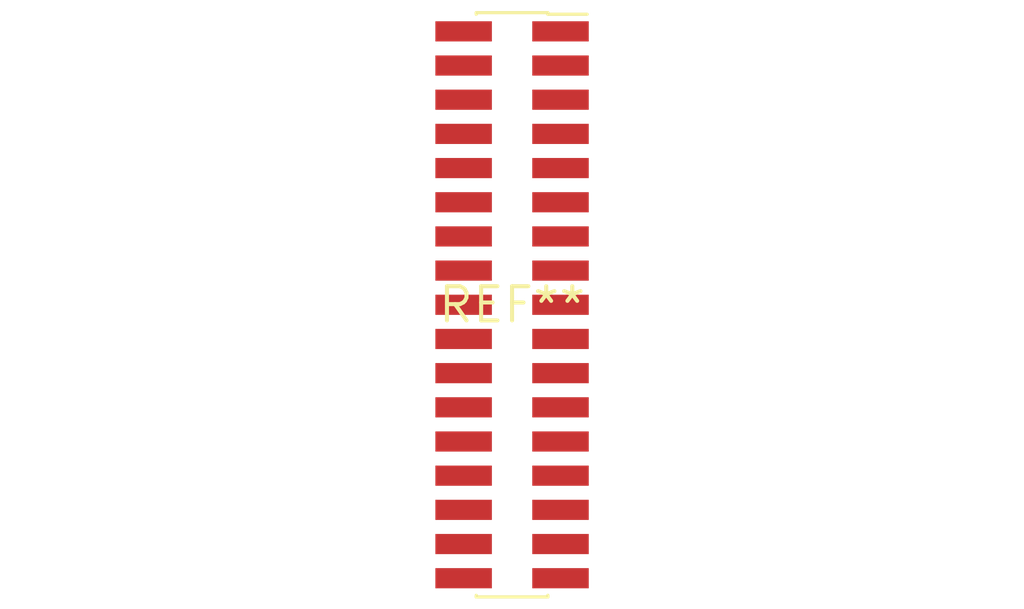
<source format=kicad_pcb>
(kicad_pcb (version 20240108) (generator pcbnew)
  (layers (0 "F.Cu" signal) (31 "B.Cu" signal) (34 "B.Paste" user) (35 "F.Paste" user) (36 "B.SilkS" user "B.Silkscreen") (37 "F.SilkS" user "F.Silkscreen") (38 "B.Mask" user) (39 "F.Mask" user) (44 "Edge.Cuts" user))
  (net 0 "")
  (footprint "PinSocket_2x17_P1.27mm_Vertical_SMD" (layer "F.Cu") (at 0 0)
    (property "Reference" "REF**")
    (property "Value" "PinSocket_2x17_P1.27mm_Vertical_SMD")
    (fp_line (start -1.33 -10.855) (end -1.33 -10.795) (layer "F.SilkS") (stroke (width 0.12)))
    (fp_line (start -1.33 -10.855) (end 1.33 -10.855) (layer "F.SilkS") (stroke (width 0.12)))
    (fp_line (start -1.33 10.795) (end -1.33 10.855) (layer "F.SilkS") (stroke (width 0.12)))
    (fp_line (start -1.33 10.855) (end 1.33 10.855) (layer "F.SilkS") (stroke (width 0.12)))
    (fp_line (start 1.33 -10.855) (end 1.33 -10.795) (layer "F.SilkS") (stroke (width 0.12)))
    (fp_line (start 1.33 -10.795) (end 2.79 -10.795) (layer "F.SilkS") (stroke (width 0.12)))
    (fp_line (start 1.33 10.795) (end 1.33 10.855) (layer "F.SilkS") (stroke (width 0.12)))
    (pad "1" smd rect (at 1.8 -10.16) (size 2.1 0.75) (layers "F.Cu" "F.Paste" "F.Mask"))
    (pad "2" smd rect (at -1.8 -10.16) (size 2.1 0.75) (layers "F.Cu" "F.Paste" "F.Mask"))
    (pad "3" smd rect (at 1.8 -8.89) (size 2.1 0.75) (layers "F.Cu" "F.Paste" "F.Mask"))
    (pad "4" smd rect (at -1.8 -8.89) (size 2.1 0.75) (layers "F.Cu" "F.Paste" "F.Mask"))
    (pad "5" smd rect (at 1.8 -7.62) (size 2.1 0.75) (layers "F.Cu" "F.Paste" "F.Mask"))
    (pad "6" smd rect (at -1.8 -7.62) (size 2.1 0.75) (layers "F.Cu" "F.Paste" "F.Mask"))
    (pad "7" smd rect (at 1.8 -6.35) (size 2.1 0.75) (layers "F.Cu" "F.Paste" "F.Mask"))
    (pad "8" smd rect (at -1.8 -6.35) (size 2.1 0.75) (layers "F.Cu" "F.Paste" "F.Mask"))
    (pad "9" smd rect (at 1.8 -5.08) (size 2.1 0.75) (layers "F.Cu" "F.Paste" "F.Mask"))
    (pad "10" smd rect (at -1.8 -5.08) (size 2.1 0.75) (layers "F.Cu" "F.Paste" "F.Mask"))
    (pad "11" smd rect (at 1.8 -3.81) (size 2.1 0.75) (layers "F.Cu" "F.Paste" "F.Mask"))
    (pad "12" smd rect (at -1.8 -3.81) (size 2.1 0.75) (layers "F.Cu" "F.Paste" "F.Mask"))
    (pad "13" smd rect (at 1.8 -2.54) (size 2.1 0.75) (layers "F.Cu" "F.Paste" "F.Mask"))
    (pad "14" smd rect (at -1.8 -2.54) (size 2.1 0.75) (layers "F.Cu" "F.Paste" "F.Mask"))
    (pad "15" smd rect (at 1.8 -1.27) (size 2.1 0.75) (layers "F.Cu" "F.Paste" "F.Mask"))
    (pad "16" smd rect (at -1.8 -1.27) (size 2.1 0.75) (layers "F.Cu" "F.Paste" "F.Mask"))
    (pad "17" smd rect (at 1.8 0) (size 2.1 0.75) (layers "F.Cu" "F.Paste" "F.Mask"))
    (pad "18" smd rect (at -1.8 0) (size 2.1 0.75) (layers "F.Cu" "F.Paste" "F.Mask"))
    (pad "19" smd rect (at 1.8 1.27) (size 2.1 0.75) (layers "F.Cu" "F.Paste" "F.Mask"))
    (pad "20" smd rect (at -1.8 1.27) (size 2.1 0.75) (layers "F.Cu" "F.Paste" "F.Mask"))
    (pad "21" smd rect (at 1.8 2.54) (size 2.1 0.75) (layers "F.Cu" "F.Paste" "F.Mask"))
    (pad "22" smd rect (at -1.8 2.54) (size 2.1 0.75) (layers "F.Cu" "F.Paste" "F.Mask"))
    (pad "23" smd rect (at 1.8 3.81) (size 2.1 0.75) (layers "F.Cu" "F.Paste" "F.Mask"))
    (pad "24" smd rect (at -1.8 3.81) (size 2.1 0.75) (layers "F.Cu" "F.Paste" "F.Mask"))
    (pad "25" smd rect (at 1.8 5.08) (size 2.1 0.75) (layers "F.Cu" "F.Paste" "F.Mask"))
    (pad "26" smd rect (at -1.8 5.08) (size 2.1 0.75) (layers "F.Cu" "F.Paste" "F.Mask"))
    (pad "27" smd rect (at 1.8 6.35) (size 2.1 0.75) (layers "F.Cu" "F.Paste" "F.Mask"))
    (pad "28" smd rect (at -1.8 6.35) (size 2.1 0.75) (layers "F.Cu" "F.Paste" "F.Mask"))
    (pad "29" smd rect (at 1.8 7.62) (size 2.1 0.75) (layers "F.Cu" "F.Paste" "F.Mask"))
    (pad "30" smd rect (at -1.8 7.62) (size 2.1 0.75) (layers "F.Cu" "F.Paste" "F.Mask"))
    (pad "31" smd rect (at 1.8 8.89) (size 2.1 0.75) (layers "F.Cu" "F.Paste" "F.Mask"))
    (pad "32" smd rect (at -1.8 8.89) (size 2.1 0.75) (layers "F.Cu" "F.Paste" "F.Mask"))
    (pad "33" smd rect (at 1.8 10.16) (size 2.1 0.75) (layers "F.Cu" "F.Paste" "F.Mask"))
    (pad "34" smd rect (at -1.8 10.16) (size 2.1 0.75) (layers "F.Cu" "F.Paste" "F.Mask"))
  )
)
</source>
